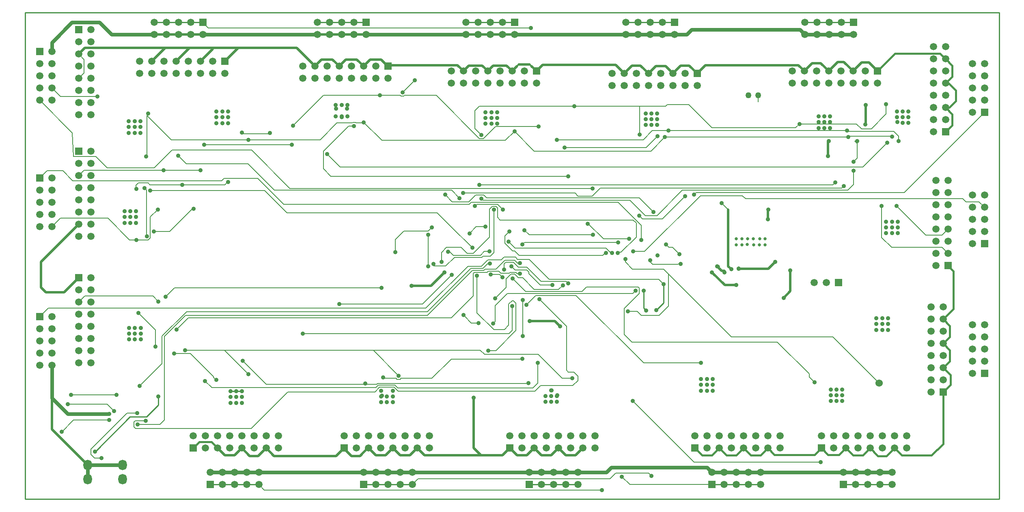
<source format=gbl>
%FSTAX23Y23*%
%MOIN*%
%SFA1B1*%

%IPPOS*%
%ADD33C,0.008000*%
%ADD34C,0.020000*%
%ADD35C,0.010000*%
%ADD36C,0.015000*%
%ADD37C,0.030000*%
%ADD42R,0.059060X0.059060*%
%ADD43C,0.059060*%
%ADD44C,0.060000*%
%ADD45R,0.059060X0.059060*%
%ADD46O,0.070870X0.086610*%
%ADD47C,0.050000*%
%ADD48C,0.035000*%
%ADD49C,0.025980*%
%LNled_pcb-1*%
%LPD*%
G54D33*
X04345Y01945D02*
X0436Y0196D01*
Y02092*
X0446Y02192*
X0414Y03056D02*
X05089D01*
X02675D02*
X0414D01*
X04004Y0304D02*
X04068Y02976D01*
X04007Y02946D02*
X04146D01*
X0395Y03004D02*
X04007Y02946D01*
X05765Y02594D02*
X05788Y02571D01*
X03315Y0092D02*
X0332D01*
X0312Y00915D02*
Y0092D01*
X0225Y0421D02*
X02255D01*
X04165Y01949D02*
X04225D01*
X04108Y02007D02*
X04165Y01949D01*
X04108Y02007D02*
X04116Y02015D01*
X041D02*
X04116D01*
X04183Y02173D02*
Y02358D01*
X04002Y01992D02*
X04183Y02173D01*
X01841Y01992D02*
X04002D01*
X06829Y03555D02*
X0686Y03586D01*
X0614Y03555D02*
X06829D01*
X0595Y03744D02*
X0614Y03555D01*
X0644Y0382D02*
Y0384D01*
X03998Y02743D02*
X04174Y02568D01*
X03886Y02856D02*
X03998Y02743D01*
X04445Y0345D02*
X0452Y03525D01*
X0343Y0345D02*
X04445D01*
X05706Y02307D02*
X05745Y02269D01*
X04804Y02307D02*
X05706D01*
X04513Y02449D02*
X04553Y02409D01*
X04449Y02449D02*
X04513D01*
X04528Y0249D02*
X04546Y02471D01*
X04435Y0249D02*
X04528D01*
X04412Y02467D02*
X04435Y0249D01*
X04302Y02467D02*
X04412D01*
X04442Y02465D02*
X04521D01*
X04369Y02392D02*
X04442Y02465D01*
X04435Y02435D02*
X04449Y02449D01*
X04278Y02392D02*
X04369D01*
X04435Y02389D02*
Y02435D01*
X04563Y02442D02*
X04565Y0244D01*
X04545Y02442D02*
X04563D01*
X04521Y02465D02*
X04545Y02442D01*
X04557Y02506D02*
X05246D01*
X04523Y0254D02*
X04557Y02506D01*
X04506Y0254D02*
X04523D01*
X04495Y02415D02*
X04525Y02385D01*
X04621*
X04553Y02409D02*
X0462D01*
X04442Y02605D02*
X04506Y0254D01*
X04477Y02359D02*
X04483Y02366D01*
X04407Y02359D02*
X04477D01*
X0449Y0235D02*
X04523D01*
X0445Y0231D02*
X0449Y0235D01*
X04483Y02366D02*
X0453D01*
X04541Y02355*
X04565*
X04546Y02471D02*
X0464D01*
X04804Y02307*
X04391Y02376D02*
X04407Y02359D01*
X04304Y02376D02*
X04391D01*
X04505Y02315D02*
X04611Y02208D01*
X05074*
X04552Y02321D02*
X04587D01*
X04523Y0235D02*
X04552Y02321D01*
X0445Y02242D02*
Y0231D01*
X04398Y02347D02*
X0442Y02325D01*
X04424Y0232*
X04324Y02347D02*
X04398D01*
X0436Y02152D02*
X0445Y02242D01*
X04621Y02385D02*
X04639Y02367D01*
X0462Y02409D02*
X04738Y02291D01*
X02048Y01501D02*
X0207Y0148D01*
X02048Y01501D02*
Y01508D01*
X03387Y01444D02*
X03397Y01453D01*
X03403Y01437D02*
X03538D01*
X03382Y01417D02*
X03403Y01437D01*
X02034Y01417D02*
X03382D01*
X03532Y01421D02*
X03565Y01388D01*
Y01389*
X04689*
X03413Y01421D02*
X03532D01*
X03562Y01414D02*
X04672D01*
X03538Y01437D02*
X03562Y01414D01*
X03545Y01453D02*
X03548Y01451D01*
X03397Y01453D02*
X03545D01*
X02659Y01383D02*
X03375D01*
X02359Y01083D02*
X02659Y01383D01*
X03375D02*
X03413Y01421D01*
X03589Y01495D02*
X03842D01*
X03581Y01486D02*
X03589Y01495D01*
X03556Y01486D02*
X03581D01*
X03548Y01495D02*
X03556Y01486D01*
X03842Y01495D02*
X04Y01653D01*
X02138Y01726D02*
X04239D01*
X04639Y02354D02*
X04732Y02262D01*
X04639Y02354D02*
Y02367D01*
X04587Y02321D02*
X04683Y02224D01*
X04883*
X03988Y02535D02*
X04017Y02505D01*
X03975Y02535D02*
X03988D01*
X03082Y02105D02*
X03765D01*
X04635Y01455D02*
X04639Y01451D01*
X04999Y01435D02*
X0504Y01476D01*
Y01513*
X04911Y01495D02*
X04995D01*
X04714Y01691D02*
X04911Y01495D01*
X05007Y01546D02*
X0504Y01513D01*
X04962Y01546D02*
X05007D01*
X04947Y01561D02*
X04962Y01546D01*
X04947Y01561D02*
Y01923D01*
X07675Y03445D02*
Y03485D01*
X05695Y02506D02*
X05704Y02515D01*
X05788Y02571D02*
X05818D01*
X05864Y02435D02*
X05885D01*
X05862Y02433D02*
X05864Y02435D01*
X05635Y02453D02*
X05655Y02433D01*
X05862*
X05635Y02453D02*
Y02465D01*
X0543Y02452D02*
X05489Y02392D01*
X0543Y02452D02*
Y02475D01*
X05394Y0253D02*
X0552Y02656D01*
X05375Y0253D02*
X05394D01*
X05246Y02506D02*
X05265Y02525D01*
X05369Y02524D02*
X05375Y0253D01*
X04524Y02566D02*
X05272D01*
Y02564D02*
Y02566D01*
Y02564D02*
X05311Y02525D01*
X0532*
X05265D02*
X0527D01*
X05357Y0264D02*
X05459D01*
X05357Y0264D02*
X05357Y0264D01*
X0525Y0264D02*
X05357D01*
X05459Y0264D02*
X0546Y0264D01*
X05371Y02941D02*
X0556Y02752D01*
Y0263D02*
Y02752D01*
X0512Y02765D02*
X05125D01*
X0525Y0264*
X05147Y02675D02*
X05156Y02666D01*
X0464Y02675D02*
X05147D01*
X04602Y02713D02*
X0464Y02675D01*
X05494Y02796D02*
X0552Y0277D01*
Y02656D02*
Y0277D01*
X04166Y02941D02*
X05371D01*
X04403Y02796D02*
X05494D01*
X04601Y02611D02*
X0537D01*
X05545Y0283D02*
X05571Y02804D01*
X05734*
X05043Y02993D02*
X05158D01*
X04292Y02977D02*
X05545D01*
X05158Y02993D02*
X05224Y03059D01*
X036Y03845D02*
X037Y03945D01*
X0228Y03515D02*
X02289Y03505D01*
X01529Y02672D02*
Y0282D01*
Y02672D02*
X01529Y02672D01*
Y02647D02*
Y02672D01*
X01511Y0263D02*
X01529Y02647D01*
X04239Y01726D02*
X04274Y01691D01*
X00897Y0115D02*
X0119D01*
X008Y01053D02*
X00897Y0115D01*
X01042Y00867D02*
Y00912D01*
Y00867D02*
X01071Y00839D01*
X01042Y00912D02*
X01339Y01209D01*
X01071Y00839D02*
X01128D01*
X01339Y01209D02*
X0142D01*
X01979Y01472D02*
X02034Y01417D01*
X03855Y02421D02*
Y02435D01*
Y02421D02*
X03858Y02418D01*
X01174Y01281D02*
X01227Y01227D01*
X0085Y01281D02*
X01174D01*
X06679Y01791D02*
X0694Y0153D01*
X05486Y01791D02*
X06679D01*
X0694Y01505D02*
X06985Y0146D01*
X0694Y01505D02*
Y0153D01*
X01638Y03206D02*
X01943D01*
X00986D02*
X01638D01*
X05785Y02088D02*
Y02352D01*
X06302Y01835*
X05089Y03056D02*
X05162D01*
X05864Y03532D02*
X07252Y03531D01*
X01815Y01726D02*
X02138D01*
X02336Y01528*
X0336Y01725D02*
X03569Y01516D01*
X04273Y02539D02*
X04315D01*
X0424Y02505D02*
X04273Y02539D01*
X04017Y02505D02*
X0424D01*
X0094Y0316D02*
X00986Y03206D01*
X01859Y01697D02*
X02048Y01508D01*
X01726Y01697D02*
X01859D01*
X01425Y01115D02*
X01609D01*
X01646Y01152*
X03804Y0201D02*
X04176Y02382D01*
X04268*
X04278Y02392*
X05491Y02192D02*
X05515Y02216D01*
X0446Y02192D02*
X05491D01*
X08335Y02945D02*
X0838Y029D01*
X08228Y02945D02*
X08335D01*
X08203Y0297D02*
X08228Y02945D01*
X06418Y0297D02*
X08203D01*
X06393Y02995D02*
X06418Y0297D01*
X06047Y02995D02*
X06393D01*
X05589Y02537D02*
X06047Y02995D01*
X05494Y02537D02*
X05589D01*
X05403Y00685D02*
X05468Y0062D01*
X0614*
X0062Y0314D02*
X0068Y032D01*
X0081*
X00892Y03117*
X02114*
X02136Y03138*
X02411*
X02626Y02924*
X04148*
X04166Y02941*
X05734Y02804D02*
X05921Y02991D01*
X0236Y03371D02*
X02675Y03056D01*
X01707Y03371D02*
X0236D01*
X01561Y03225D02*
X01707Y03371D01*
X01175Y03225D02*
X01561D01*
X01082Y03318D02*
X01175Y03225D01*
X00899Y03318D02*
X01082D01*
X00889Y03511D02*
X00899Y03318D01*
X0062Y0378D02*
X00889Y03511D01*
X05089Y03056D02*
X05162D01*
X04867Y03456D02*
X05577D01*
X05653Y03532*
X04732Y02262D02*
X0483D01*
X03282Y03598D02*
X0343Y0345D01*
X02288Y01638D02*
X02482Y01444D01*
X04933Y03393D02*
X05602D01*
X04883Y02224D02*
X04917Y02258D01*
X04738Y02291D02*
X04945D01*
X04963Y02274*
X03012Y03156D02*
X04963D01*
X0295Y03218D02*
X03012Y03156D01*
X0295Y03218D02*
Y0336D01*
X03158Y03568*
X03203*
X04248Y02973D02*
X04263Y02957D01*
X05469*
X05594Y02833*
X05692*
X05899Y0304*
X0278Y01862D02*
X04476D01*
X04503Y01889*
Y02089*
X01759Y03326D02*
X01826Y03259D01*
X0233*
X02549Y0304*
X04004*
X00879Y01357D02*
X01253D01*
X04472Y02619D02*
X04524Y02566D01*
X07617Y0257D02*
X0803D01*
X0808Y0252*
X03542Y02531D02*
Y02636D01*
X03611Y02705*
X0381*
X03841Y02736*
X05422Y01855D02*
X05486Y01791D01*
X05422Y01855D02*
Y02069D01*
X05545Y02192*
Y02237*
X05536Y02246D02*
X05545Y02237D01*
X05112Y02246D02*
X05536D01*
X05074Y02208D02*
X05112Y02246D01*
X0196Y0442D02*
X02005Y04375D01*
X04655*
X05545Y02977D02*
X0566Y02863D01*
X04267Y03002D02*
X04292Y02977D01*
X04146Y02946D02*
X04202Y03002D01*
X04267*
X0562Y00714D02*
X05645Y0069D01*
X05352Y00714D02*
X0562D01*
X05306Y00669D02*
X05352Y00714D01*
X03729Y00669D02*
X05306D01*
X0368Y0062D02*
X03729Y00669D01*
X05492Y01308D02*
X05995Y00805D01*
X07035*
X0094Y0416D02*
X00984Y04115D01*
Y04004D02*
Y04115D01*
X0094Y0396D02*
X00984Y04004D01*
X0392Y02453D02*
Y02528D01*
X03963Y02571*
X04083*
X04133Y02521*
X04182*
X04338Y02909D02*
X04368D01*
X04381Y02896*
Y02818D02*
Y02896D01*
Y02818D02*
X04403Y02796D01*
X015Y03323D02*
Y03655D01*
X04304Y01722D02*
X04367D01*
X04533Y01888*
Y02112*
X04513Y02132D02*
X04533Y02112D01*
X04501Y02132D02*
X04513D01*
X04473Y02104D02*
X04501Y02132D01*
X04473Y0193D02*
Y02104D01*
X04437Y01894D02*
X04473Y0193D01*
X04352Y01894D02*
X04437D01*
X04213Y02033D02*
X04352Y01894D01*
X04213Y02033D02*
Y02337D01*
X04294Y02366D02*
X04304Y02376D01*
X04192Y02366D02*
X04294D01*
X04183Y02358D02*
X04192Y02366D01*
X01745Y01896D02*
X01841Y01992D01*
X03792Y0207D02*
X04137Y02414D01*
X04249*
X04302Y02467*
X03804Y02043D02*
X0416Y02398D01*
X04261*
X043Y02438*
X04318*
X03811Y02416D02*
Y02676D01*
X05994Y03004D02*
X06013Y03023D01*
X04586Y02596D02*
X04601Y02611D01*
X05582Y0162D02*
X0605D01*
X05025Y02176D02*
X05582Y0162D01*
X04696Y02176D02*
X05025D01*
X04618Y02098D02*
X04696Y02176D01*
X04725Y02145D02*
X04947Y01923D01*
X01407Y01083D02*
X02359D01*
X01395Y01096D02*
X01407Y01083D01*
X01395Y01096D02*
Y01136D01*
X01404Y01144*
X0149*
X04713Y01455D02*
Y01623D01*
X04672Y01414D02*
X04713Y01455D01*
X04381Y02925D02*
X04426Y0288D01*
X04209Y02925D02*
X04381D01*
X04196Y02912D02*
X04209Y02925D01*
X01656Y02166D02*
X01728Y02238D01*
X03428*
X0242Y0062D02*
X02465Y00575D01*
X05237*
X05818Y02571D02*
X05875Y02515D01*
X01529Y03039D02*
X02468D01*
X02651Y02856*
X03886*
X03858Y02418D02*
X03955D01*
X04027Y02489*
X0425*
X0426Y02499*
X04323*
X04351Y02527*
Y0288*
X08031Y02671D02*
X0808Y0272D01*
X07898Y02671D02*
X08031D01*
X07659Y0291D02*
X07898Y02671D01*
X04442Y02605D02*
Y02665D01*
X04479Y02702*
X04274Y01691D02*
X04714D01*
X01815Y01726D02*
X01824Y01717D01*
X05756Y03477D02*
X0726D01*
X0099Y0217D02*
X0155D01*
X01595Y02125*
X0072Y0274D02*
X0079Y0281D01*
X01529Y0282D02*
X01592Y02883D01*
X01483Y03058D02*
X01499Y03042D01*
X05017Y03018D02*
X05043Y02993D01*
X04097Y03018D02*
X05017D01*
X07135Y01835D02*
X07515Y01455D01*
X06302Y01835D02*
X07135D01*
X05489Y02392D02*
X05744D01*
X05452Y02044D02*
X05529D01*
X05561Y02011*
X05708*
X05785Y02088*
X05744Y02392D02*
X05785Y02352D01*
X0072Y0388D02*
X0079Y0381D01*
X01095*
X04Y01653D02*
X04573D01*
X04588Y01842D02*
Y02138D01*
X0344Y01495D02*
X03548D01*
X05602Y03393D02*
X05694Y03485D01*
X0452Y03525D02*
X04681Y03363D01*
X05643*
X05756Y03477*
X04182Y02521D02*
X04315Y02654D01*
Y02886*
X04338Y02909*
X04205Y0274D02*
X0428D01*
X0415Y02685D02*
X04205Y0274D01*
X04689Y01389D02*
X04735Y01435D01*
X04999*
X04232Y03466D02*
X04264D01*
X04364Y03566*
X04719*
X04195Y03695D02*
X0423Y0373D01*
X04195Y03548D02*
Y03695D01*
Y03548D02*
X04247Y03496D01*
X05548Y03497D02*
Y03727D01*
X02703Y03571D02*
X02952Y0382D01*
X03879D02*
X04232Y03466D01*
X03583Y0382D02*
X03587Y03815D01*
X03612*
X03616Y0382*
X03879*
X03063Y03594D02*
X03187D01*
X03279Y03595D02*
X03282Y03598D01*
X03217Y03595D02*
X03279D01*
X03217D02*
D01*
X03187Y03594D02*
X0319Y03597D01*
X03215*
X03217Y03595*
X02952Y0382D02*
X03415D01*
X03583*
X0197Y03415D02*
X0269D01*
X02289Y03505D02*
X02505D01*
X02513Y03513*
X015Y03655D02*
X017Y03455D01*
X02924D02*
X03063Y03594D01*
X017Y03455D02*
X02335D01*
X02924*
X02482Y01444D02*
X03387D01*
X03548Y01451D02*
X04635D01*
X01646Y01152D02*
Y01838D01*
X01817Y0201*
X03804*
X01827Y02043D02*
X03804D01*
X0144Y0143D02*
X01625Y01615D01*
Y0184*
X01827Y02043*
X0143Y0203D02*
X0157Y0189D01*
Y01755D02*
Y0189D01*
X02163Y03108D02*
X02167D01*
X0214Y03085D02*
X02163Y03108D01*
X0179Y03085D02*
X0214D01*
X01525D02*
X0179D01*
X0151Y031D02*
X01525Y03085D01*
X01413Y03051D02*
Y0308D01*
Y03051D02*
X01414Y03051D01*
X01413Y0308D02*
X01433Y031D01*
X0151*
X0298Y03338D02*
X03088Y0323D01*
X0738*
X0758Y0343*
X07305Y03088D02*
Y032D01*
X07535Y02652D02*
Y0291D01*
Y02652D02*
X07617Y0257D01*
X0652Y03768D02*
Y0382D01*
X066Y02875D02*
X06605Y0288D01*
X0622Y02935D02*
X06275Y0288D01*
X06245Y02365D02*
Y02377D01*
X07723Y03023D02*
X0838Y0368D01*
X06013Y03023D02*
X07723D01*
X07257Y0304D02*
X07305Y03088D01*
X07209Y03059D02*
X07225Y03075D01*
X05899Y0304D02*
X07257D01*
X05224Y03059D02*
X07209D01*
X0423Y03084D02*
X05148D01*
X05149Y03085*
X05174*
X05175Y03084*
X07134*
X07155Y03105*
X07315Y03445D02*
X07335D01*
X07305Y03275D02*
X07335Y03305D01*
Y03425*
X07315Y03445D02*
X07335Y03425D01*
X07095Y0344D02*
X071Y03445D01*
X0726Y03477D02*
X07268Y03485D01*
X07567*
X07252Y03531D02*
X07258Y03525D01*
X07635*
X07675Y03485*
X05653Y03532D02*
X05864D01*
X07567Y03485D02*
X07615D01*
X0762Y0348*
X0686Y03586D02*
X07329D01*
X0737Y03545*
X0745*
X07573Y03668D02*
Y03747D01*
X0745Y03545D02*
X07573Y03668D01*
X01499Y0266D02*
Y03042D01*
X0423Y0373D02*
X05011D01*
X074Y0358D02*
X07405Y03585D01*
X0806Y0372D02*
X0809D01*
X0806Y0392D02*
X08085D01*
X05011Y0373D02*
X0576D01*
X05774Y03744*
X0595*
X01559Y02703D02*
X01688D01*
X01874Y02889*
X01884*
X0079Y0281D02*
X0118D01*
X01359Y0263*
X01414*
X01415Y0263*
X01511*
X0069Y0207D02*
X03792D01*
X0062Y02D02*
X0069Y0207D01*
X04542Y04062D02*
X04555Y04075D01*
X04645D02*
X04657Y04062D01*
X03765Y02105D02*
X04005Y02345D01*
X0094Y0212D02*
X0099Y0217D01*
G54D34*
X0485Y01965D02*
X04895Y0192D01*
X04645Y01965D02*
X0485D01*
X04185Y0092D02*
X04245Y0086D01*
X04185Y0092D02*
Y01335D01*
X0378Y0086D02*
X0442D01*
X0372Y0092D02*
X0378Y0086D01*
X0442D02*
X0448Y0092D01*
X0502Y0086D02*
X0508Y0092D01*
X0494Y0086D02*
X0502D01*
X0488Y0092D02*
X0494Y0086D01*
X0454D02*
X0462D01*
X0448Y0092D02*
X0454Y0086D01*
X0462D02*
X0468Y0092D01*
X0482Y0086D02*
X0488Y0092D01*
X0474Y0086D02*
X0482D01*
X0468Y0092D02*
X0474Y0086D01*
X0366D02*
X0372Y0092D01*
X0358Y0086D02*
X0366D01*
X0352Y0092D02*
X0358Y0086D01*
X0346D02*
X0352Y0092D01*
X0338Y0086D02*
X0346D01*
X0332Y0092D02*
X0338Y0086D01*
X0325Y00855D02*
X03315Y0092D01*
X0318Y00855D02*
X0325D01*
X0312Y00915D02*
X0318Y00855D01*
X03055D02*
X0312Y0092D01*
X02545Y00855D02*
X03055D01*
X0248Y0092D02*
X02545Y00855D01*
X02415D02*
X0248Y0092D01*
X02345Y00855D02*
X02415D01*
X0228Y0092D02*
X02345Y00855D01*
X0222Y0086D02*
X0228Y0092D01*
X0214Y0086D02*
X0222D01*
X0208Y0092D02*
X0214Y0086D01*
X03425Y04115D02*
X03471Y04069D01*
X03335Y04115D02*
X03425D01*
X0328Y0406D02*
X03335Y04115D01*
X03225D02*
X0328Y0406D01*
X03135Y04115D02*
X03225D01*
X0308Y0406D02*
X03135Y04115D01*
X03025D02*
X0308Y0406D01*
X02935Y04115D02*
X03025D01*
X0288Y0406D02*
X02935Y04115D01*
X0214Y041D02*
X0225Y0421D01*
X0273D02*
X0288Y0406D01*
X0185Y0421D02*
X0273D01*
X0165D02*
X0185D01*
X0099D02*
X0165D01*
X0174Y041D02*
X0185Y0421D01*
X0154Y041D02*
X0165Y0421D01*
X03471Y04069D02*
X04051D01*
X041Y0402*
X00632Y02452D02*
X0094Y0276D01*
X00632Y0224D02*
Y02452D01*
Y0224D02*
X0067Y02202D01*
X00822*
X0094Y0232*
Y0416D02*
X0099Y0421D01*
X041Y0402D02*
X04145Y04065D01*
X04255*
X043Y0402*
X04345Y04065*
X04455*
X045Y0402*
X047D02*
X0475Y0407D01*
X0535*
X0542Y04*
X0602D02*
X06089Y04069D01*
X06851*
X069Y0402*
X0156Y0432D02*
X0166D01*
X0176*
X0186*
X0196*
X029D02*
X03D01*
X031*
X032*
X033*
X0412D02*
X0422D01*
X0432*
X0442*
X0452*
X066Y028D02*
Y02875D01*
X0636Y024D02*
Y02405D01*
X06355Y024D02*
X0636D01*
X06355D02*
X0636Y02395D01*
Y02405D02*
X0637Y02395D01*
X06605*
X0666Y0245*
X06275Y02415D02*
X063Y0239D01*
X06275Y02415D02*
Y0288D01*
X0673Y02155D02*
X06785Y0221D01*
Y0238*
X06247Y0226D02*
X0634D01*
X06143Y02364D02*
X06247Y0226D01*
X06185Y02415D02*
X06198D01*
X06191Y02408D02*
X06198Y02415D01*
X06191Y02408D02*
X06222Y02377D01*
X06245*
X07095Y0332D02*
Y0344D01*
X07405Y03585D02*
Y0374D01*
X073Y0402D02*
X0737Y0409D01*
X0743*
X075Y0402*
X071D02*
X07175Y04095D01*
X07225*
X073Y0402*
X069D02*
X06965Y04085D01*
X07035*
X071Y0402*
X0582Y04D02*
X05885Y04065D01*
X05955*
X0602Y04*
X0562D02*
X0568Y0406D01*
X0576*
X0582Y04*
X0542D02*
X05484Y04064D01*
X05555*
X0562Y04*
X04657Y04062D02*
X047Y0402D01*
X045D02*
X04542Y04062D01*
X04555Y04075D02*
X04645D01*
X0072Y01076D02*
Y0133D01*
Y01076D02*
X01016Y0078D01*
X03675Y02255D02*
X03835D01*
X03945Y02365*
X0194Y041D02*
X0204Y042D01*
G54D35*
X01362Y01177D02*
X01497D01*
X01087Y00902D02*
X01362Y01177D01*
X02235Y01387D02*
X02282D01*
X02187D02*
X02235D01*
X02187D02*
X02225D01*
X01595Y01275D02*
Y01345D01*
X01497Y01177D02*
X01595Y01275D01*
X0722Y0062D02*
X0732D01*
X0742*
X0752*
X0762*
X0614D02*
X0624D01*
X0634*
X0644*
X0654*
X0474D02*
X0484D01*
X0494*
X0464D02*
X0474D01*
X0494D02*
X0504D01*
X05582Y02072D02*
X05602Y02052D01*
X05582Y02072D02*
Y02214D01*
X0328Y0062D02*
X0338D01*
X0348*
X0358*
X0368*
X0222D02*
X0232D01*
X0212D02*
X0222D01*
X0232D02*
X0242D01*
X0202D02*
X0212D01*
X05745Y02114D02*
Y02269D01*
X05685Y02054D02*
X05745Y02114D01*
X05435Y0442D02*
X05535D01*
X05635*
X05735*
X05835*
X03D02*
X031D01*
X032*
X029D02*
X03D01*
X032D02*
X033D01*
X07005D02*
X07105D01*
X06905D02*
X07005D01*
X07105D02*
X07205D01*
X07305*
X0432D02*
X0442D01*
X0422D02*
X0432D01*
X0442D02*
X0452D01*
X0412D02*
X0422D01*
X0176D02*
X0186D01*
X0196*
X0166D02*
X0176D01*
X0156D02*
X0166D01*
X005Y005D02*
X085D01*
X005D02*
Y045D01*
X085Y005D02*
Y045D01*
X005D02*
X085D01*
G54D36*
X077Y0086D02*
X07945D01*
X0764Y0092D02*
X077Y0086D01*
X0804Y00955D02*
Y0138D01*
X07945Y0086D02*
X0804Y00955D01*
X06655Y00865D02*
X06985D01*
X066Y0092D02*
X06655Y00865D01*
X06985D02*
X0704Y0092D01*
X0654Y0086D02*
X066Y0092D01*
X0646Y0086D02*
X0654D01*
X064Y0092D02*
X0646Y0086D01*
X0634D02*
X064Y0092D01*
X0626Y0086D02*
X0634D01*
X062Y0092D02*
X0626Y0086D01*
X0614D02*
X062Y0092D01*
X0606Y0086D02*
X0614D01*
X06Y0092D02*
X0606Y0086D01*
X0203Y0097D02*
X0208Y0092D01*
X0193Y0097D02*
X0203D01*
X0188Y0092D02*
X0193Y0097D01*
X075Y0402D02*
X07645Y04165D01*
X08015*
X0806Y0412*
X08115Y04065*
Y03975D02*
Y04065D01*
X0806Y0392D02*
X08115Y03975D01*
X0806Y0372D02*
X08115Y03665D01*
Y03575D02*
Y03665D01*
X0806Y0352D02*
X08115Y03575D01*
X0808Y0242D02*
X08125Y02375D01*
Y02065D02*
Y02375D01*
X0804Y0198D02*
X08125Y02065D01*
X0804Y0198D02*
X08095Y01925D01*
Y01835D02*
Y01925D01*
X0804Y0178D02*
X08095Y01835D01*
X0804Y0178D02*
X08095Y01725D01*
Y01635D02*
Y01725D01*
X0804Y0158D02*
X08095Y01635D01*
X0804Y0158D02*
X081Y0152D01*
Y0144D02*
Y0152D01*
X0804Y0138D02*
X081Y0144D01*
X0704Y0092D02*
X07095Y00865D01*
X07185*
X0724Y0092*
X073Y0086*
X0738*
X0744Y0092*
X07505Y00855*
X07575*
X0764Y0092*
X0809Y0372D02*
X08145Y03775D01*
Y0386*
X08085Y0392D02*
X08145Y0386D01*
G54D37*
X01016Y00665D02*
Y0078D01*
X01303*
X0202Y0072D02*
X0212D01*
X0222*
X0232*
X0242*
X0328*
X0338*
X0348*
X0358*
X0368*
X0464*
X0474*
X0484*
X0494*
X0504*
X0614D02*
X0624D01*
X0634*
X0644*
X0654*
X0722*
X0732*
X0742*
X0752*
X0762*
X0196Y0432D02*
X029D01*
X033D02*
X0412D01*
X0452D02*
X05435D01*
X05535*
X05635*
X05735*
X06905D02*
X07005D01*
X07105*
X07205*
X07305*
X06865Y0436D02*
X06905Y0432D01*
X0121D02*
X0156D01*
X0111Y0442D02*
X0121Y0432D01*
X00885Y0442D02*
X0111D01*
X0072Y0418D02*
Y04255D01*
X00885Y0442*
X0085Y012D02*
X0119D01*
X0072Y0133D02*
Y016D01*
Y0133D02*
X0085Y012D01*
X061Y0076D02*
X0614Y0072D01*
X0504D02*
X05275D01*
X05315Y0076*
X061*
X05735Y0432D02*
X05935D01*
X05975Y0436*
X06865*
G54D42*
X0094Y0232D03*
X0838Y01535D03*
X0094Y0336D03*
X0808Y0242D03*
X0804Y0138D03*
X0062Y0418D03*
Y02D03*
X0838Y0368D03*
X0062Y0314D03*
X0838Y026D03*
X0094Y0436D03*
X0806Y0352D03*
G54D43*
X0104Y0232D03*
X0094Y0222D03*
X0104D03*
X0094Y0212D03*
X0104D03*
X0094Y0202D03*
X0104D03*
X0094Y0192D03*
X0104D03*
X0094Y0182D03*
X0104D03*
X0094Y0172D03*
X0104D03*
X0094Y0162D03*
X0104D03*
X0828Y01935D03*
Y01835D03*
Y01735D03*
Y01635D03*
Y01535D03*
X0838Y01935D03*
Y01835D03*
Y01735D03*
Y01635D03*
X0312Y0102D03*
X0322Y0092D03*
Y0102D03*
X0332Y0092D03*
Y0102D03*
X0342Y0092D03*
Y0102D03*
X0352Y0092D03*
Y0102D03*
X0362Y0092D03*
Y0102D03*
X0372Y0092D03*
Y0102D03*
X0382Y0092D03*
Y0102D03*
X0104Y0336D03*
X0094Y0326D03*
X0104D03*
X0094Y0316D03*
X0104D03*
X0094Y0306D03*
X0104D03*
X0094Y0296D03*
X0104D03*
X0094Y0286D03*
X0104D03*
X0094Y0276D03*
X0104D03*
X0094Y0266D03*
X0104D03*
X0448Y0102D03*
X0458Y0092D03*
Y0102D03*
X0468Y0092D03*
Y0102D03*
X0478Y0092D03*
Y0102D03*
X0488Y0092D03*
Y0102D03*
X0498Y0092D03*
Y0102D03*
X0508Y0092D03*
Y0102D03*
X0518Y0092D03*
Y0102D03*
X0348Y0396D03*
X0338Y0406D03*
Y0396D03*
X0328Y0406D03*
Y0396D03*
X0318Y0406D03*
Y0396D03*
X0308Y0406D03*
Y0396D03*
X0298Y0406D03*
Y0396D03*
X0288Y0406D03*
Y0396D03*
X0278Y0406D03*
Y0396D03*
X0798Y0242D03*
X0808Y0252D03*
X0798D03*
X0808Y0262D03*
X0798D03*
X0808Y0272D03*
X0798D03*
X0808Y0282D03*
X0798D03*
X0808Y0292D03*
X0798D03*
X0808Y0302D03*
X0798D03*
X0808Y0312D03*
X0798D03*
X0188Y0102D03*
X0198Y0092D03*
Y0102D03*
X0208Y0092D03*
Y0102D03*
X0218Y0092D03*
Y0102D03*
X0228Y0092D03*
Y0102D03*
X0238Y0092D03*
Y0102D03*
X0248Y0092D03*
Y0102D03*
X0258Y0092D03*
Y0102D03*
X075Y0392D03*
X074Y0402D03*
Y0392D03*
X073Y0402D03*
Y0392D03*
X072Y0402D03*
Y0392D03*
X071Y0402D03*
Y0392D03*
X07Y0402D03*
Y0392D03*
X069Y0402D03*
Y0392D03*
X068Y0402D03*
Y0392D03*
X0794Y0138D03*
X0804Y0148D03*
X0794D03*
X0804Y0158D03*
X0794D03*
X0804Y0168D03*
X0794D03*
X0804Y0178D03*
X0794D03*
X0804Y0188D03*
X0794D03*
X0804Y0198D03*
X0794D03*
X0804Y0208D03*
X0794D03*
X0704Y0102D03*
X0714Y0092D03*
Y0102D03*
X0724Y0092D03*
Y0102D03*
X0734Y0092D03*
Y0102D03*
X0744Y0092D03*
Y0102D03*
X0754Y0092D03*
Y0102D03*
X0764Y0092D03*
Y0102D03*
X0774Y0092D03*
Y0102D03*
X0214Y04D03*
X0204Y041D03*
Y04D03*
X0194Y041D03*
Y04D03*
X0184Y041D03*
Y04D03*
X0174Y041D03*
Y04D03*
X0164Y041D03*
Y04D03*
X0154Y041D03*
Y04D03*
X0144Y041D03*
Y04D03*
X06Y0102D03*
X061Y0092D03*
Y0102D03*
X062Y0092D03*
Y0102D03*
X063Y0092D03*
Y0102D03*
X064Y0092D03*
Y0102D03*
X065Y0092D03*
Y0102D03*
X066Y0092D03*
Y0102D03*
X067Y0092D03*
Y0102D03*
X0602Y039D03*
X0592Y04D03*
Y039D03*
X0582Y04D03*
Y039D03*
X0572Y04D03*
Y039D03*
X0562Y04D03*
Y039D03*
X0552Y04D03*
Y039D03*
X0542Y04D03*
Y039D03*
X0532Y04D03*
Y039D03*
X0072Y0378D03*
Y0388D03*
Y0398D03*
Y0408D03*
Y0418D03*
X0062Y0378D03*
Y0388D03*
Y0398D03*
Y0408D03*
X0156Y0432D03*
X0166D03*
X0176D03*
X0186D03*
X0196D03*
X0156Y0442D03*
X0166D03*
X0176D03*
X0186D03*
X0412Y0432D03*
X0422D03*
X0432D03*
X0442D03*
X0452D03*
X0412Y0442D03*
X0422D03*
X0432D03*
X0442D03*
X06905Y0432D03*
X07005D03*
X07105D03*
X07205D03*
X07305D03*
X06905Y0442D03*
X07005D03*
X07105D03*
X07205D03*
X0368Y0072D03*
X0358D03*
X0348D03*
X0338D03*
X0328D03*
X0368Y0062D03*
X0358D03*
X0348D03*
X0338D03*
X0242Y0072D03*
X0232D03*
X0222D03*
X0212D03*
X0202D03*
X0242Y0062D03*
X0232D03*
X0222D03*
X0212D03*
X0072Y016D03*
Y017D03*
Y018D03*
Y019D03*
Y02D03*
X0062Y016D03*
Y017D03*
Y018D03*
Y019D03*
X0828Y0408D03*
Y0398D03*
Y0388D03*
Y0378D03*
Y0368D03*
X0838Y0408D03*
Y0398D03*
Y0388D03*
Y0378D03*
X05435Y0432D03*
X05535D03*
X05635D03*
X05735D03*
X05835D03*
X05435Y0442D03*
X05535D03*
X05635D03*
X05735D03*
X029Y0432D03*
X03D03*
X031D03*
X032D03*
X033D03*
X029Y0442D03*
X03D03*
X031D03*
X032D03*
X0072Y0274D03*
Y0284D03*
Y0294D03*
Y0304D03*
Y0314D03*
X0062Y0274D03*
Y0284D03*
Y0294D03*
Y0304D03*
X0504Y0072D03*
X0494D03*
X0484D03*
X0474D03*
X0464D03*
X0504Y0062D03*
X0494D03*
X0484D03*
X0474D03*
X0654Y0072D03*
X0644D03*
X0634D03*
X0624D03*
X0614D03*
X0654Y0062D03*
X0644D03*
X0634D03*
X0624D03*
X0762Y0072D03*
X0752D03*
X0742D03*
X0732D03*
X0722D03*
X0762Y0062D03*
X0752D03*
X0742D03*
X0732D03*
X0828Y03D03*
Y029D03*
Y028D03*
Y027D03*
Y026D03*
X0838Y03D03*
Y029D03*
Y028D03*
Y027D03*
X0698Y0228D03*
X0708D03*
X0104Y0436D03*
X0094Y0426D03*
X0104D03*
X0094Y0416D03*
X0104D03*
X0094Y0406D03*
X0104D03*
X0094Y0396D03*
X0104D03*
X0094Y0386D03*
X0104D03*
X0094Y0376D03*
X0104D03*
X0094Y0366D03*
X0104D03*
X0796Y0352D03*
X0806Y0362D03*
X0796D03*
X0806Y0372D03*
X0796D03*
X0806Y0382D03*
X0796D03*
X0806Y0392D03*
X0796D03*
X0806Y0402D03*
X0796D03*
X0806Y0412D03*
X0796D03*
X0806Y0422D03*
X0796D03*
X047Y0392D03*
X046Y0402D03*
Y0392D03*
X045Y0402D03*
Y0392D03*
X044Y0402D03*
Y0392D03*
X043Y0402D03*
Y0392D03*
X042Y0402D03*
Y0392D03*
X041Y0402D03*
Y0392D03*
X04Y0402D03*
Y0392D03*
G54D44*
X07515Y01455D03*
G54D45*
X0312Y0092D03*
X0448D03*
X0348Y0406D03*
X0188Y0092D03*
X075Y0402D03*
X0704Y0092D03*
X0214Y041D03*
X06Y0092D03*
X0602Y04D03*
X0196Y0442D03*
X0452D03*
X07305D03*
X0328Y0062D03*
X0202D03*
X05835Y0442D03*
X033D03*
X0464Y0062D03*
X0614D03*
X0722D03*
X0718Y0228D03*
X047Y0402D03*
G54D46*
X01303Y0078D03*
Y00665D03*
X01016D03*
Y0078D03*
G54D47*
X0644Y0382D03*
X0652D03*
G54D48*
X04895Y0192D03*
X04645Y01965D03*
X04068Y02976D03*
X05765Y02594D03*
X04185Y01335D03*
X041Y02015D03*
X05645Y03672D03*
X05597Y03625D03*
Y03672D03*
X05692D03*
X0452Y03525D03*
X04565Y02355D03*
X0442Y02325D03*
X04505Y02315D03*
X04495Y02415D03*
X04565Y0244D03*
X07535Y0291D03*
X03147Y03647D03*
X03145Y0371D03*
X031Y0364D03*
X03055Y0371D03*
X03295Y0145D03*
X03975Y02535D03*
X04635Y01455D03*
X0343Y0135D03*
X0487Y01355D03*
X04995Y01495D03*
X04869Y01347D03*
X07665Y036D03*
X0758Y0343D03*
X07675Y03445D03*
X07225Y03075D03*
X05695Y02506D03*
X05875Y02515D03*
X05885Y02435D03*
X05635Y02465D03*
X0543Y02475D03*
X05369Y02524D03*
X0527Y02525D03*
X0532D03*
X0537Y02611D03*
X0556Y0263D03*
X0512Y02765D03*
X05165Y02675D03*
X0546Y0264D03*
X05545Y0283D03*
X036Y03845D03*
X037Y03945D03*
X015Y0266D03*
X008Y01055D03*
X01075Y0089D03*
X0207Y0148D03*
X03855Y02435D03*
X0123Y01225D03*
X06985Y0146D03*
X04225Y01949D03*
X04315Y02539D03*
X04324Y02347D03*
X01943Y03206D03*
X01638D03*
X01726Y01697D03*
X0142Y01209D03*
X01128Y00839D03*
X01425Y01115D03*
X05515Y02216D03*
X04345Y01945D03*
X05494Y02537D03*
X05403Y00685D03*
X05921Y02991D03*
X05162Y03056D03*
X04867Y03456D03*
X04719Y03566D03*
X01414Y03051D03*
X02167Y03108D03*
X02703Y03571D03*
X0483Y02262D03*
X05694Y03485D03*
X04933Y03393D03*
X04917Y02258D03*
X0436Y02152D03*
X04435Y02389D03*
X04963Y02274D03*
Y03156D03*
X03203Y03568D03*
X04248Y02973D03*
X0228Y03515D03*
X02513Y03513D03*
X0278Y01862D03*
X04503Y02089D03*
X01759Y03326D03*
X0344Y015D03*
X04588Y02138D03*
X01253Y01357D03*
X00879D03*
X04472Y02619D03*
X03542Y02531D03*
X03841Y02736D03*
X07573Y03747D03*
X0423Y03084D03*
X02282Y01387D03*
X02187D03*
X04247Y03496D03*
X0686Y03586D03*
X0085Y01281D03*
X04655Y04375D03*
X0566Y02863D03*
X0395Y03004D03*
X05645Y0069D03*
X07035Y00805D03*
X0119Y0115D03*
X01559Y02703D03*
X01884Y02889D03*
X0392Y02453D03*
X07252Y03531D03*
X02288Y01638D03*
X01496Y03319D03*
X03282Y03598D03*
X04304Y01722D03*
X04213Y02337D03*
X01745Y01896D03*
X0144Y0143D03*
X04318Y02438D03*
X0298Y03338D03*
X03082Y02105D03*
X03811Y02416D03*
Y02676D03*
X05994Y03004D03*
X04602Y02713D03*
X04586Y02596D03*
X0605Y0162D03*
X04618Y02098D03*
X04725Y02145D03*
X0149Y01144D03*
X04713Y01623D03*
X01979Y01472D03*
X04426Y0288D03*
X04196Y02912D03*
X01656Y02166D03*
X03428Y02238D03*
X05548Y03497D03*
X05237Y00575D03*
X01529Y03039D03*
X04174Y02568D03*
X04351Y0288D03*
X07659Y0291D03*
X04479Y02702D03*
X01815Y01726D03*
X0726Y03477D03*
X05756D03*
X02336Y01528D03*
X03569Y01516D03*
X01595Y02125D03*
X01592Y02883D03*
X01483Y03058D03*
X04097Y03018D03*
X05452Y02044D03*
X01095Y0381D03*
X01595Y01345D03*
X05602Y02052D03*
X05582Y02214D03*
X05745Y02269D03*
X05685Y02054D03*
X03425Y01392D03*
X0352D03*
X03425Y01345D03*
X03472D03*
X0352D03*
X03425Y01297D03*
X03472D03*
X0352D03*
X02187Y01387D03*
X02235D03*
X02282D03*
X02187Y0134D03*
X02235D03*
X02282D03*
X02187Y01292D03*
X02235D03*
X02282D03*
X04775Y01347D03*
X04822D03*
X04775Y013D03*
X04822D03*
X04869D03*
X0145Y01909D03*
Y01862D03*
Y01815D03*
X01402Y01909D03*
Y01862D03*
Y01815D03*
X01355Y01909D03*
Y01862D03*
Y01815D03*
X05692Y03577D03*
X05645D03*
X05597D03*
X05692Y03625D03*
X05645D03*
X031Y03647D03*
X03052D03*
X03147Y03742D03*
X031D03*
X03052D03*
X07662Y03642D03*
Y03689D03*
X07709Y03595D03*
Y03642D03*
Y03689D03*
X07756Y03595D03*
Y03642D03*
Y03689D03*
X01412Y02867D03*
Y0282D03*
Y02772D03*
X01365Y02867D03*
Y0282D03*
Y02772D03*
X01317Y02867D03*
Y0282D03*
Y02772D03*
X07492Y01892D03*
Y0194D03*
Y01987D03*
X0754Y01892D03*
Y0194D03*
Y01987D03*
X07587Y01892D03*
Y0194D03*
Y01987D03*
X07117Y01402D03*
X07165D03*
X07212D03*
X07117Y01355D03*
X07165D03*
X07212D03*
X07117Y01307D03*
X07165D03*
X07212D03*
X07572Y02687D03*
Y02735D03*
Y02782D03*
X0762Y02687D03*
Y02735D03*
Y02782D03*
X07667Y02687D03*
Y02735D03*
Y02782D03*
X06052Y01487D03*
X061D03*
X06147D03*
X06052Y0144D03*
X061D03*
X06147D03*
X06052Y01392D03*
X061D03*
X06147D03*
X01447Y03607D03*
Y0356D03*
Y03512D03*
X014Y03607D03*
Y0356D03*
Y03512D03*
X01352Y03607D03*
Y0356D03*
Y03512D03*
X07112Y03647D03*
X07065D03*
X07017D03*
X02167Y03592D03*
X0212D03*
X02072D03*
X02167Y0364D03*
X0212D03*
X02072D03*
X02167Y03687D03*
X0212D03*
X02072D03*
X04588Y01842D03*
X04585Y01655D03*
X0666Y0245D03*
X05785Y0353D03*
X0428Y0274D03*
X0415Y02685D03*
X04825Y01395D03*
X04822Y01394D03*
X0433Y03635D03*
X04377Y03587D03*
Y03635D03*
X0433Y03587D03*
X04282Y03635D03*
Y03587D03*
X04377Y03682D03*
X0433D03*
X04282D03*
X05011Y0373D03*
X03415Y0382D03*
X0269Y03415D03*
X0197D03*
X02335Y03455D03*
X0151Y0367D03*
X0143Y0203D03*
X0157Y01755D03*
X0179Y03085D03*
X07305Y03275D03*
Y032D03*
X06605Y0288D03*
X066Y028D03*
X0622Y02935D03*
X0634Y0226D03*
X0636Y02395D03*
X063Y0239D03*
X0673Y02155D03*
X06785Y0238D03*
X06143Y02364D03*
X06185Y02415D03*
X06245Y02365D03*
X07155Y03105D03*
X07335Y03445D03*
X071D03*
X07095Y0332D03*
X0762Y0348D03*
X07017Y03552D03*
X07065D03*
X07112D03*
Y036D03*
X07065D03*
X07017D03*
X07405Y0374D03*
X074Y0358D03*
X0119Y012D03*
X01415Y0263D03*
X05492Y01308D03*
X04005Y02345D03*
X03945Y02365D03*
X03675Y02255D03*
G54D49*
X06485Y0259D03*
X06535Y0264D03*
X0643Y02595D03*
X06577Y0264D03*
Y02592D03*
X0653D03*
X06482Y0264D03*
X06435D03*
X06388D03*
Y02592D03*
X06341Y0264D03*
Y02592D03*
M02*
</source>
